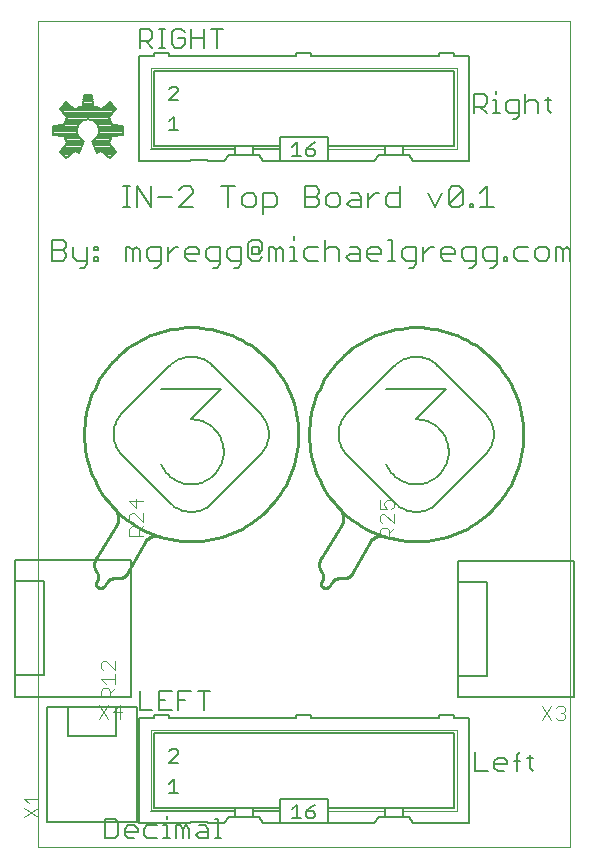
<source format=gto>
G75*
G70*
%OFA0B0*%
%FSLAX24Y24*%
%IPPOS*%
%LPD*%
%AMOC8*
5,1,8,0,0,1.08239X$1,22.5*
%
%ADD10C,0.0000*%
%ADD11C,0.0079*%
%ADD12C,0.0060*%
%ADD13C,0.0050*%
%ADD14C,0.0100*%
%ADD15C,0.0020*%
%ADD16C,0.0070*%
%ADD17C,0.0080*%
%ADD18C,0.0040*%
D10*
X000912Y000100D02*
X000912Y027659D01*
X018628Y027659D01*
X018628Y000100D01*
X000912Y000100D01*
D11*
X001838Y023067D02*
X001634Y023270D01*
X001877Y023567D01*
X001833Y023646D01*
X001799Y023729D01*
X001774Y023815D01*
X001393Y023854D01*
X001393Y024142D01*
X001774Y024180D01*
X001799Y024266D01*
X001833Y024349D01*
X001877Y024428D01*
X001634Y024725D01*
X001838Y024928D01*
X002135Y024686D01*
X002213Y024730D01*
X002296Y024764D01*
X002383Y024789D01*
X002421Y025170D01*
X002709Y025170D01*
X002748Y024789D01*
X002834Y024764D01*
X002917Y024730D01*
X002995Y024686D01*
X003292Y024928D01*
X003496Y024725D01*
X003254Y024428D01*
X003297Y024349D01*
X003331Y024266D01*
X003356Y024180D01*
X003737Y024142D01*
X003737Y023854D01*
X003356Y023815D01*
X003331Y023729D01*
X003297Y023646D01*
X003254Y023567D01*
X003496Y023270D01*
X003292Y023067D01*
X002995Y023309D01*
X002937Y023276D01*
X002876Y023247D01*
X002706Y023657D01*
X002770Y023691D01*
X002826Y023737D01*
X002872Y023793D01*
X002906Y023856D01*
X002927Y023926D01*
X002934Y023998D01*
X002927Y024070D01*
X002906Y024139D01*
X002872Y024203D01*
X002826Y024259D01*
X002770Y024305D01*
X002706Y024339D01*
X002637Y024360D01*
X002565Y024367D01*
X002493Y024360D01*
X002424Y024339D01*
X002360Y024305D01*
X002304Y024259D01*
X002258Y024203D01*
X002224Y024139D01*
X002203Y024070D01*
X002196Y023998D01*
X002203Y023926D01*
X002224Y023856D01*
X002258Y023793D01*
X002304Y023737D01*
X002360Y023691D01*
X002424Y023657D01*
X002254Y023247D01*
X002193Y023276D01*
X002135Y023309D01*
X001838Y023067D01*
X001787Y023118D02*
X001900Y023118D01*
X001995Y023195D02*
X001710Y023195D01*
X001636Y023272D02*
X002090Y023272D01*
X002201Y023272D02*
X002265Y023272D01*
X002297Y023349D02*
X001699Y023349D01*
X001762Y023427D02*
X002329Y023427D01*
X002361Y023504D02*
X001825Y023504D01*
X001869Y023581D02*
X002393Y023581D01*
X002421Y023658D02*
X001828Y023658D01*
X001797Y023736D02*
X002306Y023736D01*
X002247Y023813D02*
X001775Y023813D01*
X001779Y024199D02*
X002256Y024199D01*
X002219Y024122D02*
X001393Y024122D01*
X001393Y024045D02*
X002201Y024045D01*
X002199Y023967D02*
X001393Y023967D01*
X001393Y023890D02*
X002214Y023890D01*
X002326Y024276D02*
X001803Y024276D01*
X001836Y024353D02*
X002473Y024353D01*
X002657Y024353D02*
X003295Y024353D01*
X003327Y024276D02*
X002805Y024276D01*
X002874Y024199D02*
X003351Y024199D01*
X003256Y024431D02*
X001874Y024431D01*
X001811Y024508D02*
X003319Y024508D01*
X003382Y024585D02*
X001748Y024585D01*
X001685Y024662D02*
X003445Y024662D01*
X003481Y024740D02*
X003061Y024740D01*
X003156Y024817D02*
X003404Y024817D01*
X003327Y024894D02*
X003250Y024894D01*
X002892Y024740D02*
X002238Y024740D01*
X002385Y024817D02*
X002745Y024817D01*
X002737Y024894D02*
X002393Y024894D01*
X002401Y024971D02*
X002729Y024971D01*
X002721Y025049D02*
X002409Y025049D01*
X002417Y025126D02*
X002714Y025126D01*
X002069Y024740D02*
X001649Y024740D01*
X001727Y024817D02*
X001975Y024817D01*
X001880Y024894D02*
X001804Y024894D01*
X002883Y023813D02*
X003356Y023813D01*
X003333Y023736D02*
X002825Y023736D01*
X002710Y023658D02*
X003302Y023658D01*
X003261Y023581D02*
X002738Y023581D01*
X002770Y023504D02*
X003306Y023504D01*
X003369Y023427D02*
X002802Y023427D01*
X002834Y023349D02*
X003432Y023349D01*
X003495Y023272D02*
X003041Y023272D01*
X002929Y023272D02*
X002866Y023272D01*
X003135Y023195D02*
X003420Y023195D01*
X003343Y023118D02*
X003230Y023118D01*
X002916Y023890D02*
X003737Y023890D01*
X003737Y023967D02*
X002931Y023967D01*
X002930Y024045D02*
X003737Y024045D01*
X003737Y024122D02*
X002911Y024122D01*
D12*
X003737Y022130D02*
X003970Y022130D01*
X003854Y022130D02*
X003854Y021429D01*
X003970Y021429D02*
X003737Y021429D01*
X004203Y021429D02*
X004203Y022130D01*
X004671Y021429D01*
X004671Y022130D01*
X004903Y021780D02*
X005370Y021780D01*
X005603Y022013D02*
X005720Y022130D01*
X005953Y022130D01*
X006070Y022013D01*
X006070Y021896D01*
X005603Y021429D01*
X006070Y021429D01*
X007003Y022130D02*
X007470Y022130D01*
X007236Y022130D02*
X007236Y021429D01*
X007702Y021546D02*
X007819Y021429D01*
X008053Y021429D01*
X008170Y021546D01*
X008170Y021780D01*
X008053Y021896D01*
X007819Y021896D01*
X007702Y021780D01*
X007702Y021546D01*
X008402Y021429D02*
X008753Y021429D01*
X008869Y021546D01*
X008869Y021780D01*
X008753Y021896D01*
X008402Y021896D01*
X008402Y021196D01*
X008256Y020358D02*
X008023Y020358D01*
X007906Y020241D01*
X007906Y019774D01*
X008023Y019658D01*
X008256Y019658D01*
X008373Y019774D01*
X008256Y019891D02*
X008256Y020125D01*
X008023Y020125D01*
X008023Y019891D01*
X008256Y019891D01*
X008373Y020008D01*
X008373Y020241D01*
X008256Y020358D01*
X008606Y020125D02*
X008723Y020125D01*
X008839Y020008D01*
X008956Y020125D01*
X009073Y020008D01*
X009073Y019658D01*
X009306Y019658D02*
X009539Y019658D01*
X009423Y019658D02*
X009423Y020125D01*
X009306Y020125D01*
X009423Y020358D02*
X009423Y020475D01*
X009889Y020125D02*
X009772Y020008D01*
X009772Y019774D01*
X009889Y019658D01*
X010239Y019658D01*
X010472Y019658D02*
X010472Y020358D01*
X010589Y020125D02*
X010822Y020125D01*
X010939Y020008D01*
X010939Y019658D01*
X011172Y019774D02*
X011289Y019891D01*
X011639Y019891D01*
X011639Y020008D02*
X011522Y020125D01*
X011289Y020125D01*
X011172Y019774D02*
X011289Y019658D01*
X011639Y019658D01*
X011639Y020008D01*
X011872Y020008D02*
X011872Y019774D01*
X011988Y019658D01*
X012222Y019658D01*
X012339Y019891D02*
X011872Y019891D01*
X011872Y020008D02*
X011988Y020125D01*
X012222Y020125D01*
X012339Y020008D01*
X012339Y019891D01*
X012571Y019658D02*
X012805Y019658D01*
X012688Y019658D02*
X012688Y020358D01*
X012571Y020358D01*
X013038Y020008D02*
X013038Y019774D01*
X013155Y019658D01*
X013505Y019658D01*
X013505Y019541D02*
X013505Y020125D01*
X013155Y020125D01*
X013038Y020008D01*
X013505Y019541D02*
X013388Y019424D01*
X013272Y019424D01*
X013738Y019658D02*
X013738Y020125D01*
X013971Y020125D02*
X013738Y019891D01*
X013971Y020125D02*
X014088Y020125D01*
X014321Y020008D02*
X014321Y019774D01*
X014438Y019658D01*
X014671Y019658D01*
X014788Y019891D02*
X014321Y019891D01*
X014321Y020008D02*
X014438Y020125D01*
X014671Y020125D01*
X014788Y020008D01*
X014788Y019891D01*
X015021Y020008D02*
X015021Y019774D01*
X015138Y019658D01*
X015488Y019658D01*
X015488Y019541D02*
X015488Y020125D01*
X015138Y020125D01*
X015021Y020008D01*
X015254Y019424D02*
X015371Y019424D01*
X015488Y019541D01*
X015721Y019774D02*
X015837Y019658D01*
X016188Y019658D01*
X016188Y019541D02*
X016188Y020125D01*
X015837Y020125D01*
X015721Y020008D01*
X015721Y019774D01*
X015954Y019424D02*
X016071Y019424D01*
X016188Y019541D01*
X016420Y019658D02*
X016537Y019658D01*
X016537Y019774D01*
X016420Y019774D01*
X016420Y019658D01*
X016770Y019774D02*
X016887Y019658D01*
X017237Y019658D01*
X017470Y019774D02*
X017587Y019658D01*
X017820Y019658D01*
X017937Y019774D01*
X017937Y020008D01*
X017820Y020125D01*
X017587Y020125D01*
X017470Y020008D01*
X017470Y019774D01*
X017237Y020125D02*
X016887Y020125D01*
X016770Y020008D01*
X016770Y019774D01*
X016101Y021429D02*
X015633Y021429D01*
X015867Y021429D02*
X015867Y022130D01*
X015633Y021896D01*
X015400Y021546D02*
X015400Y021429D01*
X015284Y021429D01*
X015284Y021546D01*
X015400Y021546D01*
X015051Y021546D02*
X015051Y022013D01*
X014584Y021546D01*
X014701Y021429D01*
X014934Y021429D01*
X015051Y021546D01*
X015051Y022013D02*
X014934Y022130D01*
X014701Y022130D01*
X014584Y022013D01*
X014584Y021546D01*
X014351Y021896D02*
X014118Y021429D01*
X013884Y021896D01*
X012951Y021896D02*
X012601Y021896D01*
X012484Y021780D01*
X012484Y021546D01*
X012601Y021429D01*
X012951Y021429D01*
X012951Y022130D01*
X012252Y021896D02*
X012135Y021896D01*
X011901Y021663D01*
X011668Y021663D02*
X011318Y021663D01*
X011201Y021546D01*
X011318Y021429D01*
X011668Y021429D01*
X011668Y021780D01*
X011552Y021896D01*
X011318Y021896D01*
X010969Y021780D02*
X010969Y021546D01*
X010852Y021429D01*
X010618Y021429D01*
X010502Y021546D01*
X010502Y021780D01*
X010618Y021896D01*
X010852Y021896D01*
X010969Y021780D01*
X010269Y021896D02*
X010152Y021780D01*
X009802Y021780D01*
X009802Y022130D02*
X009802Y021429D01*
X010152Y021429D01*
X010269Y021546D01*
X010269Y021663D01*
X010152Y021780D01*
X010269Y021896D02*
X010269Y022013D01*
X010152Y022130D01*
X009802Y022130D01*
X009889Y020125D02*
X010239Y020125D01*
X010472Y020008D02*
X010589Y020125D01*
X011901Y021429D02*
X011901Y021896D01*
X008839Y020008D02*
X008839Y019658D01*
X008606Y019658D02*
X008606Y020125D01*
X007673Y020125D02*
X007673Y019541D01*
X007557Y019424D01*
X007440Y019424D01*
X007323Y019658D02*
X007673Y019658D01*
X007323Y019658D02*
X007206Y019774D01*
X007206Y020008D01*
X007323Y020125D01*
X007673Y020125D01*
X006974Y020125D02*
X006974Y019541D01*
X006857Y019424D01*
X006740Y019424D01*
X006623Y019658D02*
X006974Y019658D01*
X006623Y019658D02*
X006507Y019774D01*
X006507Y020008D01*
X006623Y020125D01*
X006974Y020125D01*
X006274Y020008D02*
X006274Y019891D01*
X005807Y019891D01*
X005807Y019774D02*
X005807Y020008D01*
X005924Y020125D01*
X006157Y020125D01*
X006274Y020008D01*
X006157Y019658D02*
X005924Y019658D01*
X005807Y019774D01*
X005574Y020125D02*
X005457Y020125D01*
X005224Y019891D01*
X005224Y019658D02*
X005224Y020125D01*
X004991Y020125D02*
X004991Y019541D01*
X004874Y019424D01*
X004757Y019424D01*
X004641Y019658D02*
X004991Y019658D01*
X004641Y019658D02*
X004524Y019774D01*
X004524Y020008D01*
X004641Y020125D01*
X004991Y020125D01*
X004291Y020008D02*
X004291Y019658D01*
X004058Y019658D02*
X004058Y020008D01*
X004174Y020125D01*
X004291Y020008D01*
X004058Y020008D02*
X003941Y020125D01*
X003824Y020125D01*
X003824Y019658D01*
X002891Y019658D02*
X002774Y019658D01*
X002774Y019774D01*
X002891Y019774D01*
X002891Y019658D01*
X002542Y019658D02*
X002191Y019658D01*
X002075Y019774D01*
X002075Y020125D01*
X001842Y020125D02*
X001725Y020008D01*
X001375Y020008D01*
X001725Y020008D02*
X001842Y019891D01*
X001842Y019774D01*
X001725Y019658D01*
X001375Y019658D01*
X001375Y020358D01*
X001725Y020358D01*
X001842Y020241D01*
X001842Y020125D01*
X002308Y019424D02*
X002425Y019424D01*
X002542Y019541D01*
X002542Y020125D01*
X002774Y020125D02*
X002774Y020008D01*
X002891Y020008D01*
X002891Y020125D01*
X002774Y020125D01*
X015430Y024579D02*
X015430Y025219D01*
X015750Y025219D01*
X015857Y025113D01*
X015857Y024899D01*
X015750Y024792D01*
X015430Y024792D01*
X015643Y024792D02*
X015857Y024579D01*
X016074Y024579D02*
X016288Y024579D01*
X016181Y024579D02*
X016181Y025006D01*
X016074Y025006D01*
X016181Y025219D02*
X016181Y025326D01*
X016504Y024899D02*
X016504Y024686D01*
X016611Y024579D01*
X016931Y024579D01*
X016931Y024472D02*
X016931Y025006D01*
X016611Y025006D01*
X016504Y024899D01*
X016718Y024365D02*
X016824Y024365D01*
X016931Y024472D01*
X017149Y024579D02*
X017149Y025219D01*
X017255Y025006D02*
X017149Y024899D01*
X017255Y025006D02*
X017469Y025006D01*
X017576Y024899D01*
X017576Y024579D01*
X017900Y024686D02*
X018007Y024579D01*
X017900Y024686D02*
X017900Y025113D01*
X017793Y025006D02*
X018007Y025006D01*
X018170Y020125D02*
X018287Y020125D01*
X018403Y020008D01*
X018520Y020125D01*
X018637Y020008D01*
X018637Y019658D01*
X018403Y019658D02*
X018403Y020008D01*
X018170Y020125D02*
X018170Y019658D01*
X016972Y003290D02*
X016865Y003183D01*
X016865Y002650D01*
X016758Y002970D02*
X016972Y002970D01*
X017188Y003077D02*
X017402Y003077D01*
X017295Y003183D02*
X017295Y002756D01*
X017402Y002650D01*
X016541Y002863D02*
X016114Y002863D01*
X016114Y002756D02*
X016114Y002970D01*
X016221Y003077D01*
X016434Y003077D01*
X016541Y002970D01*
X016541Y002863D01*
X016434Y002650D02*
X016221Y002650D01*
X016114Y002756D01*
X015896Y002650D02*
X015469Y002650D01*
X015469Y003290D01*
X007012Y000406D02*
X006799Y000406D01*
X006906Y000406D02*
X006906Y001046D01*
X006799Y001046D01*
X006581Y000726D02*
X006581Y000406D01*
X006261Y000406D01*
X006154Y000512D01*
X006261Y000619D01*
X006581Y000619D01*
X006581Y000726D02*
X006475Y000833D01*
X006261Y000833D01*
X005937Y000726D02*
X005937Y000406D01*
X005723Y000406D02*
X005723Y000726D01*
X005830Y000833D01*
X005937Y000726D01*
X005723Y000726D02*
X005616Y000833D01*
X005510Y000833D01*
X005510Y000406D01*
X005294Y000406D02*
X005080Y000406D01*
X005187Y000406D02*
X005187Y000833D01*
X005080Y000833D01*
X004863Y000833D02*
X004542Y000833D01*
X004435Y000726D01*
X004435Y000512D01*
X004542Y000406D01*
X004863Y000406D01*
X005187Y001046D02*
X005187Y001153D01*
X004218Y000726D02*
X004218Y000619D01*
X003791Y000619D01*
X003791Y000512D02*
X003791Y000726D01*
X003898Y000833D01*
X004111Y000833D01*
X004218Y000726D01*
X004111Y000406D02*
X003898Y000406D01*
X003791Y000512D01*
X003573Y000512D02*
X003573Y000939D01*
X003467Y001046D01*
X003146Y001046D01*
X003146Y000406D01*
X003467Y000406D01*
X003573Y000512D01*
D13*
X004254Y000901D02*
X005954Y000901D01*
X005954Y000951D01*
X006554Y000951D01*
X006554Y000901D01*
X007104Y000901D01*
X007254Y001101D01*
X007454Y001101D01*
X008054Y001101D01*
X008254Y001101D01*
X008404Y000901D01*
X008954Y000901D01*
X008954Y001301D01*
X008054Y001301D01*
X008054Y001401D01*
X007454Y001401D01*
X004754Y001401D01*
X004754Y003901D01*
X014754Y003901D01*
X014754Y001401D01*
X013054Y001401D01*
X012454Y001401D01*
X010554Y001401D01*
X010554Y001301D01*
X010554Y000901D01*
X008954Y000901D01*
X008954Y001301D02*
X008954Y001401D01*
X008054Y001401D01*
X008054Y001301D02*
X008054Y001101D01*
X007454Y001101D02*
X007454Y001301D01*
X007454Y001401D01*
X007454Y001301D02*
X004654Y001301D01*
X004254Y000901D02*
X004254Y004401D01*
X004754Y004401D01*
X004754Y004501D01*
X005254Y004501D01*
X005254Y004401D01*
X009504Y004401D01*
X009504Y004501D01*
X010004Y004501D01*
X010004Y004401D01*
X014254Y004401D01*
X014254Y004501D01*
X014754Y004501D01*
X014754Y004401D01*
X015254Y004401D01*
X015254Y000901D01*
X013404Y000901D01*
X013254Y001101D01*
X013054Y001101D01*
X012454Y001101D01*
X012254Y001101D01*
X012104Y000901D01*
X010554Y000901D01*
X010140Y001151D02*
X010065Y001076D01*
X009915Y001076D01*
X009840Y001151D01*
X009840Y001301D01*
X010065Y001301D01*
X010140Y001226D01*
X010140Y001151D01*
X009840Y001301D02*
X009990Y001452D01*
X010140Y001527D01*
X010554Y001401D02*
X010554Y001701D01*
X008954Y001701D01*
X008954Y001401D01*
X009379Y001376D02*
X009529Y001527D01*
X009529Y001076D01*
X009379Y001076D02*
X009679Y001076D01*
X012454Y001101D02*
X012454Y001301D01*
X012454Y001401D01*
X013054Y001401D02*
X013054Y001301D01*
X013054Y001101D01*
X012799Y011575D02*
X011213Y013161D01*
X011171Y013205D01*
X011133Y013251D01*
X011097Y013300D01*
X011064Y013351D01*
X011035Y013403D01*
X011008Y013458D01*
X010985Y013513D01*
X010965Y013570D01*
X010949Y013629D01*
X010936Y013688D01*
X010927Y013747D01*
X010922Y013808D01*
X010920Y013868D01*
X010922Y013928D01*
X010927Y013989D01*
X010936Y014048D01*
X010949Y014107D01*
X010965Y014166D01*
X010985Y014223D01*
X011008Y014278D01*
X011035Y014333D01*
X011064Y014385D01*
X011097Y014436D01*
X011133Y014485D01*
X011171Y014531D01*
X011213Y014575D01*
X012799Y016161D01*
X012506Y015368D02*
X014506Y015368D01*
X013506Y014368D01*
X013506Y014367D02*
X013571Y014365D01*
X013636Y014359D01*
X013700Y014350D01*
X013763Y014336D01*
X013826Y014319D01*
X013887Y014298D01*
X013947Y014273D01*
X014006Y014245D01*
X014063Y014213D01*
X014117Y014178D01*
X014170Y014140D01*
X014220Y014098D01*
X014267Y014054D01*
X014312Y014007D01*
X014354Y013958D01*
X014393Y013906D01*
X014429Y013851D01*
X014461Y013795D01*
X014490Y013737D01*
X014515Y013677D01*
X014537Y013616D01*
X014555Y013554D01*
X014569Y013490D01*
X014580Y013426D01*
X014586Y013362D01*
X014589Y013297D01*
X014588Y013232D01*
X014583Y013167D01*
X014574Y013103D01*
X014561Y013039D01*
X014544Y012976D01*
X014524Y012915D01*
X014500Y012854D01*
X014473Y012795D01*
X014441Y012738D01*
X014407Y012683D01*
X014369Y012630D01*
X014329Y012580D01*
X014285Y012532D01*
X014239Y012486D01*
X014189Y012444D01*
X014138Y012404D01*
X014084Y012368D01*
X014028Y012335D01*
X013970Y012306D01*
X013911Y012280D01*
X013850Y012257D01*
X013788Y012238D01*
X013725Y012223D01*
X013661Y012212D01*
X013596Y012205D01*
X013531Y012201D01*
X013466Y012202D01*
X013402Y012206D01*
X013337Y012214D01*
X013273Y012226D01*
X013210Y012242D01*
X013148Y012262D01*
X013088Y012285D01*
X013029Y012312D01*
X012971Y012342D01*
X012916Y012376D01*
X012862Y012413D01*
X012811Y012453D01*
X012763Y012496D01*
X012717Y012542D01*
X012674Y012591D01*
X012634Y012642D01*
X012597Y012695D01*
X012563Y012751D01*
X012533Y012808D01*
X012506Y012867D01*
X012799Y011575D02*
X012843Y011533D01*
X012889Y011495D01*
X012938Y011459D01*
X012989Y011426D01*
X013041Y011397D01*
X013096Y011370D01*
X013151Y011347D01*
X013208Y011327D01*
X013267Y011311D01*
X013326Y011298D01*
X013385Y011289D01*
X013446Y011284D01*
X013506Y011282D01*
X013566Y011284D01*
X013627Y011289D01*
X013686Y011298D01*
X013745Y011311D01*
X013804Y011327D01*
X013861Y011347D01*
X013916Y011370D01*
X013971Y011397D01*
X014023Y011426D01*
X014074Y011459D01*
X014123Y011495D01*
X014169Y011533D01*
X014213Y011575D01*
X015799Y013161D01*
X015841Y013205D01*
X015879Y013251D01*
X015915Y013300D01*
X015948Y013351D01*
X015977Y013403D01*
X016004Y013458D01*
X016027Y013513D01*
X016047Y013570D01*
X016063Y013629D01*
X016076Y013688D01*
X016085Y013747D01*
X016090Y013808D01*
X016092Y013868D01*
X016090Y013928D01*
X016085Y013989D01*
X016076Y014048D01*
X016063Y014107D01*
X016047Y014166D01*
X016027Y014223D01*
X016004Y014278D01*
X015977Y014333D01*
X015948Y014385D01*
X015915Y014436D01*
X015879Y014485D01*
X015841Y014531D01*
X015799Y014575D01*
X014213Y016161D01*
X014213Y016160D02*
X014169Y016202D01*
X014123Y016240D01*
X014074Y016276D01*
X014023Y016309D01*
X013971Y016338D01*
X013916Y016365D01*
X013861Y016388D01*
X013804Y016408D01*
X013745Y016424D01*
X013686Y016437D01*
X013627Y016446D01*
X013566Y016451D01*
X013506Y016453D01*
X013446Y016451D01*
X013385Y016446D01*
X013326Y016437D01*
X013267Y016424D01*
X013208Y016408D01*
X013151Y016388D01*
X013096Y016365D01*
X013041Y016338D01*
X012989Y016309D01*
X012938Y016276D01*
X012889Y016240D01*
X012843Y016202D01*
X012799Y016160D01*
X008299Y014575D02*
X006713Y016161D01*
X007006Y015368D02*
X006006Y014368D01*
X006006Y014367D02*
X006071Y014365D01*
X006136Y014359D01*
X006200Y014350D01*
X006263Y014336D01*
X006326Y014319D01*
X006387Y014298D01*
X006447Y014273D01*
X006506Y014245D01*
X006563Y014213D01*
X006617Y014178D01*
X006670Y014140D01*
X006720Y014098D01*
X006767Y014054D01*
X006812Y014007D01*
X006854Y013958D01*
X006893Y013906D01*
X006929Y013851D01*
X006961Y013795D01*
X006990Y013737D01*
X007015Y013677D01*
X007037Y013616D01*
X007055Y013554D01*
X007069Y013490D01*
X007080Y013426D01*
X007086Y013362D01*
X007089Y013297D01*
X007088Y013232D01*
X007083Y013167D01*
X007074Y013103D01*
X007061Y013039D01*
X007044Y012976D01*
X007024Y012915D01*
X007000Y012854D01*
X006973Y012795D01*
X006941Y012738D01*
X006907Y012683D01*
X006869Y012630D01*
X006829Y012580D01*
X006785Y012532D01*
X006739Y012486D01*
X006689Y012444D01*
X006638Y012404D01*
X006584Y012368D01*
X006528Y012335D01*
X006470Y012306D01*
X006411Y012280D01*
X006350Y012257D01*
X006288Y012238D01*
X006225Y012223D01*
X006161Y012212D01*
X006096Y012205D01*
X006031Y012201D01*
X005966Y012202D01*
X005902Y012206D01*
X005837Y012214D01*
X005773Y012226D01*
X005710Y012242D01*
X005648Y012262D01*
X005588Y012285D01*
X005529Y012312D01*
X005471Y012342D01*
X005416Y012376D01*
X005362Y012413D01*
X005311Y012453D01*
X005263Y012496D01*
X005217Y012542D01*
X005174Y012591D01*
X005134Y012642D01*
X005097Y012695D01*
X005063Y012751D01*
X005033Y012808D01*
X005006Y012867D01*
X003713Y013161D02*
X003671Y013205D01*
X003633Y013251D01*
X003597Y013300D01*
X003564Y013351D01*
X003535Y013403D01*
X003508Y013458D01*
X003485Y013513D01*
X003465Y013570D01*
X003449Y013629D01*
X003436Y013688D01*
X003427Y013747D01*
X003422Y013808D01*
X003420Y013868D01*
X003422Y013928D01*
X003427Y013989D01*
X003436Y014048D01*
X003449Y014107D01*
X003465Y014166D01*
X003485Y014223D01*
X003508Y014278D01*
X003535Y014333D01*
X003564Y014385D01*
X003597Y014436D01*
X003633Y014485D01*
X003671Y014531D01*
X003713Y014575D01*
X005299Y016161D01*
X005006Y015368D02*
X007006Y015368D01*
X006713Y016160D02*
X006669Y016202D01*
X006623Y016240D01*
X006574Y016276D01*
X006523Y016309D01*
X006471Y016338D01*
X006416Y016365D01*
X006361Y016388D01*
X006304Y016408D01*
X006245Y016424D01*
X006186Y016437D01*
X006127Y016446D01*
X006066Y016451D01*
X006006Y016453D01*
X005946Y016451D01*
X005885Y016446D01*
X005826Y016437D01*
X005767Y016424D01*
X005708Y016408D01*
X005651Y016388D01*
X005596Y016365D01*
X005541Y016338D01*
X005489Y016309D01*
X005438Y016276D01*
X005389Y016240D01*
X005343Y016202D01*
X005299Y016160D01*
X003713Y013161D02*
X005299Y011575D01*
X005343Y011533D01*
X005389Y011495D01*
X005438Y011459D01*
X005489Y011426D01*
X005541Y011397D01*
X005596Y011370D01*
X005651Y011347D01*
X005708Y011327D01*
X005767Y011311D01*
X005826Y011298D01*
X005885Y011289D01*
X005946Y011284D01*
X006006Y011282D01*
X006066Y011284D01*
X006127Y011289D01*
X006186Y011298D01*
X006245Y011311D01*
X006304Y011327D01*
X006361Y011347D01*
X006416Y011370D01*
X006471Y011397D01*
X006523Y011426D01*
X006574Y011459D01*
X006623Y011495D01*
X006669Y011533D01*
X006713Y011575D01*
X008299Y013161D01*
X008341Y013205D01*
X008379Y013251D01*
X008415Y013300D01*
X008448Y013351D01*
X008477Y013403D01*
X008504Y013458D01*
X008527Y013513D01*
X008547Y013570D01*
X008563Y013629D01*
X008576Y013688D01*
X008585Y013747D01*
X008590Y013808D01*
X008592Y013868D01*
X008590Y013928D01*
X008585Y013989D01*
X008576Y014048D01*
X008563Y014107D01*
X008547Y014166D01*
X008527Y014223D01*
X008504Y014278D01*
X008477Y014333D01*
X008448Y014385D01*
X008415Y014436D01*
X008379Y014485D01*
X008341Y014531D01*
X008299Y014575D01*
X008404Y022972D02*
X008954Y022972D01*
X008954Y023372D01*
X008054Y023372D01*
X008054Y023472D01*
X007454Y023472D01*
X004754Y023472D01*
X004754Y025972D01*
X014754Y025972D01*
X014754Y023472D01*
X013054Y023472D01*
X012454Y023472D01*
X010554Y023472D01*
X010554Y023372D01*
X010554Y022972D01*
X008954Y022972D01*
X008954Y023372D02*
X008954Y023472D01*
X008054Y023472D01*
X008054Y023372D02*
X008054Y023172D01*
X008254Y023172D01*
X008404Y022972D01*
X008054Y023172D02*
X007454Y023172D01*
X007254Y023172D01*
X007104Y022972D01*
X006554Y022972D01*
X006554Y023022D01*
X005954Y023022D01*
X005954Y022972D01*
X004254Y022972D01*
X004254Y026472D01*
X004754Y026472D01*
X004754Y026572D01*
X005254Y026572D01*
X005254Y026472D01*
X009504Y026472D01*
X009504Y026572D01*
X010004Y026572D01*
X010004Y026472D01*
X014254Y026472D01*
X014254Y026572D01*
X014754Y026572D01*
X014754Y026472D01*
X015254Y026472D01*
X015254Y022972D01*
X013404Y022972D01*
X013254Y023172D01*
X013054Y023172D01*
X012454Y023172D01*
X012254Y023172D01*
X012104Y022972D01*
X010554Y022972D01*
X010140Y023222D02*
X010140Y023297D01*
X010065Y023372D01*
X009840Y023372D01*
X009840Y023222D01*
X009915Y023147D01*
X010065Y023147D01*
X010140Y023222D01*
X009990Y023522D02*
X009840Y023372D01*
X009990Y023522D02*
X010140Y023597D01*
X010554Y023472D02*
X010554Y023772D01*
X008954Y023772D01*
X008954Y023472D01*
X009379Y023447D02*
X009529Y023597D01*
X009529Y023147D01*
X009379Y023147D02*
X009679Y023147D01*
X007454Y023172D02*
X007454Y023372D01*
X007454Y023472D01*
X007454Y023372D02*
X004654Y023372D01*
X005279Y023997D02*
X005579Y023997D01*
X005429Y023997D02*
X005429Y024447D01*
X005279Y024297D01*
X005279Y024997D02*
X005579Y025297D01*
X005579Y025372D01*
X005504Y025447D01*
X005354Y025447D01*
X005279Y025372D01*
X005279Y024997D02*
X005579Y024997D01*
X012454Y023472D02*
X012454Y023372D01*
X012454Y023172D01*
X013054Y023172D02*
X013054Y023372D01*
X013054Y023472D01*
X005504Y003377D02*
X005354Y003377D01*
X005279Y003302D01*
X005504Y003377D02*
X005579Y003302D01*
X005579Y003226D01*
X005279Y002926D01*
X005579Y002926D01*
X005429Y002377D02*
X005279Y002226D01*
X005429Y002377D02*
X005429Y001926D01*
X005279Y001926D02*
X005579Y001926D01*
D14*
X003156Y008868D02*
X003170Y008898D01*
X003188Y008926D01*
X003208Y008953D01*
X003230Y008978D01*
X003255Y009000D01*
X003282Y009019D01*
X003311Y009036D01*
X003342Y009049D01*
X003374Y009059D01*
X003406Y009067D01*
X003439Y009070D01*
X003473Y009071D01*
X003506Y009068D01*
X003506Y009067D02*
X003542Y009063D01*
X003579Y009063D01*
X003615Y009067D01*
X003651Y009073D01*
X003687Y009084D01*
X003721Y009097D01*
X003753Y009113D01*
X003784Y009133D01*
X003814Y009155D01*
X003841Y009179D01*
X003865Y009207D01*
X003887Y009236D01*
X003906Y009267D01*
X003906Y009268D02*
X004456Y010268D01*
X004456Y010267D02*
X004477Y010300D01*
X004500Y010332D01*
X004526Y010361D01*
X004554Y010387D01*
X004585Y010411D01*
X004618Y010431D01*
X004653Y010449D01*
X004689Y010463D01*
X004726Y010475D01*
X004764Y010482D01*
X004803Y010486D01*
X004842Y010487D01*
X004880Y010484D01*
X004919Y010477D01*
X004956Y010467D01*
X003506Y010818D02*
X002856Y009768D01*
X002834Y009737D01*
X002815Y009703D01*
X002799Y009668D01*
X002786Y009632D01*
X002777Y009594D01*
X002772Y009556D01*
X002770Y009518D01*
X002772Y009480D01*
X002777Y009442D01*
X002786Y009404D01*
X002799Y009368D01*
X002815Y009333D01*
X002834Y009299D01*
X002856Y009268D01*
X002873Y009244D01*
X002887Y009218D01*
X002897Y009190D01*
X002904Y009162D01*
X002908Y009133D01*
X002908Y009103D01*
X002904Y009074D01*
X002897Y009046D01*
X002887Y009018D01*
X002873Y008992D01*
X002856Y008968D01*
X002906Y008768D02*
X002929Y008760D01*
X002954Y008754D01*
X002979Y008752D01*
X003003Y008753D01*
X003028Y008758D01*
X003052Y008765D01*
X003074Y008776D01*
X003095Y008790D01*
X003114Y008806D01*
X003131Y008825D01*
X003145Y008846D01*
X003156Y008868D01*
X002906Y008767D02*
X002887Y008778D01*
X002870Y008791D01*
X002855Y008807D01*
X002844Y008825D01*
X002835Y008845D01*
X002830Y008866D01*
X002828Y008887D01*
X002830Y008909D01*
X002835Y008930D01*
X002844Y008950D01*
X002856Y008968D01*
X003506Y010817D02*
X003527Y010854D01*
X003544Y010893D01*
X003557Y010933D01*
X003567Y010974D01*
X003573Y011016D01*
X003575Y011058D01*
X003573Y011101D01*
X003567Y011142D01*
X003558Y011184D01*
X003544Y011224D01*
X003527Y011262D01*
X003507Y011299D01*
X003483Y011334D01*
X003456Y011367D01*
X002441Y013868D02*
X002445Y014043D01*
X002458Y014217D01*
X002480Y014391D01*
X002510Y014563D01*
X002548Y014734D01*
X002595Y014903D01*
X002649Y015069D01*
X002712Y015232D01*
X002783Y015392D01*
X002862Y015549D01*
X002948Y015701D01*
X003042Y015849D01*
X003143Y015992D01*
X003250Y016130D01*
X003365Y016262D01*
X003485Y016389D01*
X003612Y016509D01*
X003744Y016624D01*
X003882Y016731D01*
X004025Y016832D01*
X004173Y016926D01*
X004325Y017012D01*
X004482Y017091D01*
X004642Y017162D01*
X004805Y017225D01*
X004971Y017279D01*
X005140Y017326D01*
X005311Y017364D01*
X005483Y017394D01*
X005657Y017416D01*
X005831Y017429D01*
X006006Y017433D01*
X006181Y017429D01*
X006355Y017416D01*
X006529Y017394D01*
X006701Y017364D01*
X006872Y017326D01*
X007041Y017279D01*
X007207Y017225D01*
X007370Y017162D01*
X007530Y017091D01*
X007687Y017012D01*
X007839Y016926D01*
X007987Y016832D01*
X008130Y016731D01*
X008268Y016624D01*
X008400Y016509D01*
X008527Y016389D01*
X008647Y016262D01*
X008762Y016130D01*
X008869Y015992D01*
X008970Y015849D01*
X009064Y015701D01*
X009150Y015549D01*
X009229Y015392D01*
X009300Y015232D01*
X009363Y015069D01*
X009417Y014903D01*
X009464Y014734D01*
X009502Y014563D01*
X009532Y014391D01*
X009554Y014217D01*
X009567Y014043D01*
X009571Y013868D01*
X009567Y013693D01*
X009554Y013519D01*
X009532Y013345D01*
X009502Y013173D01*
X009464Y013002D01*
X009417Y012833D01*
X009363Y012667D01*
X009300Y012504D01*
X009229Y012344D01*
X009150Y012187D01*
X009064Y012035D01*
X008970Y011887D01*
X008869Y011744D01*
X008762Y011606D01*
X008647Y011474D01*
X008527Y011347D01*
X008400Y011227D01*
X008268Y011112D01*
X008130Y011005D01*
X007987Y010904D01*
X007839Y010810D01*
X007687Y010724D01*
X007530Y010645D01*
X007370Y010574D01*
X007207Y010511D01*
X007041Y010457D01*
X006872Y010410D01*
X006701Y010372D01*
X006529Y010342D01*
X006355Y010320D01*
X006181Y010307D01*
X006006Y010303D01*
X005831Y010307D01*
X005657Y010320D01*
X005483Y010342D01*
X005311Y010372D01*
X005140Y010410D01*
X004971Y010457D01*
X004805Y010511D01*
X004642Y010574D01*
X004482Y010645D01*
X004325Y010724D01*
X004173Y010810D01*
X004025Y010904D01*
X003882Y011005D01*
X003744Y011112D01*
X003612Y011227D01*
X003485Y011347D01*
X003365Y011474D01*
X003250Y011606D01*
X003143Y011744D01*
X003042Y011887D01*
X002948Y012035D01*
X002862Y012187D01*
X002783Y012344D01*
X002712Y012504D01*
X002649Y012667D01*
X002595Y012833D01*
X002548Y013002D01*
X002510Y013173D01*
X002480Y013345D01*
X002458Y013519D01*
X002445Y013693D01*
X002441Y013868D01*
X010356Y009268D02*
X010373Y009244D01*
X010387Y009218D01*
X010397Y009190D01*
X010404Y009162D01*
X010408Y009133D01*
X010408Y009103D01*
X010404Y009074D01*
X010397Y009046D01*
X010387Y009018D01*
X010373Y008992D01*
X010356Y008968D01*
X010406Y008768D02*
X010429Y008760D01*
X010454Y008754D01*
X010479Y008752D01*
X010503Y008753D01*
X010528Y008758D01*
X010552Y008765D01*
X010574Y008776D01*
X010595Y008790D01*
X010614Y008806D01*
X010631Y008825D01*
X010645Y008846D01*
X010656Y008868D01*
X010406Y008767D02*
X010387Y008778D01*
X010370Y008791D01*
X010355Y008807D01*
X010344Y008825D01*
X010335Y008845D01*
X010330Y008866D01*
X010328Y008887D01*
X010330Y008909D01*
X010335Y008930D01*
X010344Y008950D01*
X010356Y008968D01*
X010356Y009268D02*
X010334Y009299D01*
X010315Y009333D01*
X010299Y009368D01*
X010286Y009404D01*
X010277Y009442D01*
X010272Y009480D01*
X010270Y009518D01*
X010272Y009556D01*
X010277Y009594D01*
X010286Y009632D01*
X010299Y009668D01*
X010315Y009703D01*
X010334Y009737D01*
X010356Y009768D01*
X011006Y010818D01*
X011006Y010817D02*
X011027Y010854D01*
X011044Y010893D01*
X011057Y010933D01*
X011067Y010974D01*
X011073Y011016D01*
X011075Y011058D01*
X011073Y011101D01*
X011067Y011142D01*
X011058Y011184D01*
X011044Y011224D01*
X011027Y011262D01*
X011007Y011299D01*
X010983Y011334D01*
X010956Y011367D01*
X011956Y010268D02*
X011406Y009268D01*
X011406Y009267D02*
X011387Y009236D01*
X011365Y009207D01*
X011341Y009179D01*
X011314Y009155D01*
X011284Y009133D01*
X011253Y009113D01*
X011221Y009097D01*
X011187Y009084D01*
X011151Y009073D01*
X011115Y009067D01*
X011079Y009063D01*
X011042Y009063D01*
X011006Y009067D01*
X011006Y009068D02*
X010973Y009071D01*
X010939Y009070D01*
X010906Y009067D01*
X010874Y009059D01*
X010842Y009049D01*
X010811Y009036D01*
X010782Y009019D01*
X010755Y009000D01*
X010730Y008978D01*
X010708Y008953D01*
X010688Y008926D01*
X010670Y008898D01*
X010656Y008868D01*
X011956Y010267D02*
X011977Y010300D01*
X012000Y010332D01*
X012026Y010361D01*
X012054Y010387D01*
X012085Y010411D01*
X012118Y010431D01*
X012153Y010449D01*
X012189Y010463D01*
X012226Y010475D01*
X012264Y010482D01*
X012303Y010486D01*
X012342Y010487D01*
X012380Y010484D01*
X012419Y010477D01*
X012456Y010467D01*
X009941Y013868D02*
X009945Y014043D01*
X009958Y014217D01*
X009980Y014391D01*
X010010Y014563D01*
X010048Y014734D01*
X010095Y014903D01*
X010149Y015069D01*
X010212Y015232D01*
X010283Y015392D01*
X010362Y015549D01*
X010448Y015701D01*
X010542Y015849D01*
X010643Y015992D01*
X010750Y016130D01*
X010865Y016262D01*
X010985Y016389D01*
X011112Y016509D01*
X011244Y016624D01*
X011382Y016731D01*
X011525Y016832D01*
X011673Y016926D01*
X011825Y017012D01*
X011982Y017091D01*
X012142Y017162D01*
X012305Y017225D01*
X012471Y017279D01*
X012640Y017326D01*
X012811Y017364D01*
X012983Y017394D01*
X013157Y017416D01*
X013331Y017429D01*
X013506Y017433D01*
X013681Y017429D01*
X013855Y017416D01*
X014029Y017394D01*
X014201Y017364D01*
X014372Y017326D01*
X014541Y017279D01*
X014707Y017225D01*
X014870Y017162D01*
X015030Y017091D01*
X015187Y017012D01*
X015339Y016926D01*
X015487Y016832D01*
X015630Y016731D01*
X015768Y016624D01*
X015900Y016509D01*
X016027Y016389D01*
X016147Y016262D01*
X016262Y016130D01*
X016369Y015992D01*
X016470Y015849D01*
X016564Y015701D01*
X016650Y015549D01*
X016729Y015392D01*
X016800Y015232D01*
X016863Y015069D01*
X016917Y014903D01*
X016964Y014734D01*
X017002Y014563D01*
X017032Y014391D01*
X017054Y014217D01*
X017067Y014043D01*
X017071Y013868D01*
X017067Y013693D01*
X017054Y013519D01*
X017032Y013345D01*
X017002Y013173D01*
X016964Y013002D01*
X016917Y012833D01*
X016863Y012667D01*
X016800Y012504D01*
X016729Y012344D01*
X016650Y012187D01*
X016564Y012035D01*
X016470Y011887D01*
X016369Y011744D01*
X016262Y011606D01*
X016147Y011474D01*
X016027Y011347D01*
X015900Y011227D01*
X015768Y011112D01*
X015630Y011005D01*
X015487Y010904D01*
X015339Y010810D01*
X015187Y010724D01*
X015030Y010645D01*
X014870Y010574D01*
X014707Y010511D01*
X014541Y010457D01*
X014372Y010410D01*
X014201Y010372D01*
X014029Y010342D01*
X013855Y010320D01*
X013681Y010307D01*
X013506Y010303D01*
X013331Y010307D01*
X013157Y010320D01*
X012983Y010342D01*
X012811Y010372D01*
X012640Y010410D01*
X012471Y010457D01*
X012305Y010511D01*
X012142Y010574D01*
X011982Y010645D01*
X011825Y010724D01*
X011673Y010810D01*
X011525Y010904D01*
X011382Y011005D01*
X011244Y011112D01*
X011112Y011227D01*
X010985Y011347D01*
X010865Y011474D01*
X010750Y011606D01*
X010643Y011744D01*
X010542Y011887D01*
X010448Y012035D01*
X010362Y012187D01*
X010283Y012344D01*
X010212Y012504D01*
X010149Y012667D01*
X010095Y012833D01*
X010048Y013002D01*
X010010Y013173D01*
X009980Y013345D01*
X009958Y013519D01*
X009945Y013693D01*
X009941Y013868D01*
D15*
X010554Y023372D02*
X012454Y023372D01*
X013054Y023372D02*
X014854Y023372D01*
X014854Y026072D01*
X004654Y026072D01*
X004654Y023372D01*
X004654Y004001D02*
X004654Y001301D01*
X004654Y004001D02*
X014854Y004001D01*
X014854Y001301D01*
X013054Y001301D01*
X012454Y001301D02*
X010554Y001301D01*
D16*
X006643Y005317D02*
X006223Y005317D01*
X006433Y005317D02*
X006433Y004686D01*
X005999Y005317D02*
X005578Y005317D01*
X005578Y004686D01*
X005354Y004686D02*
X004934Y004686D01*
X004934Y005317D01*
X005354Y005317D01*
X005144Y005001D02*
X004934Y005001D01*
X004710Y004686D02*
X004289Y004686D01*
X004289Y005317D01*
X005578Y005001D02*
X005788Y005001D01*
X005679Y026757D02*
X005469Y026757D01*
X005363Y026862D01*
X005363Y027282D01*
X005469Y027388D01*
X005679Y027388D01*
X005784Y027282D01*
X005784Y027072D02*
X005574Y027072D01*
X005784Y027072D02*
X005784Y026862D01*
X005679Y026757D01*
X006008Y026757D02*
X006008Y027388D01*
X006008Y027072D02*
X006428Y027072D01*
X006428Y026757D02*
X006428Y027388D01*
X006653Y027388D02*
X007073Y027388D01*
X006863Y027388D02*
X006863Y026757D01*
X005144Y026757D02*
X004934Y026757D01*
X005039Y026757D02*
X005039Y027388D01*
X004934Y027388D02*
X005144Y027388D01*
X004710Y027282D02*
X004710Y027072D01*
X004604Y026967D01*
X004289Y026967D01*
X004289Y026757D02*
X004289Y027388D01*
X004604Y027388D01*
X004710Y027282D01*
X004499Y026967D02*
X004710Y026757D01*
D17*
X003988Y009675D02*
X000140Y009675D01*
X000140Y008966D01*
X001095Y008966D01*
X001095Y005834D01*
X000140Y005834D01*
X000140Y005126D01*
X003988Y005126D01*
X003988Y009675D01*
X004191Y004781D02*
X003483Y004781D01*
X003483Y003826D01*
X001910Y003826D01*
X001910Y004781D01*
X001201Y004781D01*
X001201Y000933D01*
X004191Y000933D01*
X004191Y004781D01*
X003483Y004781D02*
X001910Y004781D01*
X000140Y005834D02*
X000140Y008966D01*
X014904Y008943D02*
X014904Y005811D01*
X015859Y005811D01*
X015859Y008943D01*
X014904Y008943D01*
X014904Y009651D01*
X018752Y009651D01*
X018752Y005102D01*
X014904Y005102D01*
X014904Y005811D01*
D18*
X000907Y001409D02*
X000447Y001102D01*
X000447Y001409D02*
X000907Y001102D01*
X000907Y001563D02*
X000907Y001870D01*
X000907Y001716D02*
X000447Y001716D01*
X000600Y001563D01*
X002938Y004372D02*
X003245Y004832D01*
X003311Y005096D02*
X003311Y005326D01*
X003234Y005403D01*
X003080Y005403D01*
X003004Y005326D01*
X003004Y005096D01*
X003464Y005096D01*
X003311Y005249D02*
X003464Y005403D01*
X003464Y005556D02*
X003464Y005863D01*
X003464Y006016D02*
X003157Y006323D01*
X003080Y006323D01*
X003004Y006247D01*
X003004Y006093D01*
X003080Y006016D01*
X003004Y005709D02*
X003464Y005709D01*
X003464Y006016D02*
X003464Y006323D01*
X003004Y005709D02*
X003157Y005556D01*
X002938Y004832D02*
X003245Y004372D01*
X003398Y004602D02*
X003705Y004602D01*
X003629Y004372D02*
X003629Y004832D01*
X003398Y004602D01*
X003949Y010488D02*
X003949Y010718D01*
X004026Y010795D01*
X004180Y010795D01*
X004256Y010718D01*
X004256Y010488D01*
X004256Y010641D02*
X004410Y010795D01*
X004410Y010948D02*
X004103Y011255D01*
X004026Y011255D01*
X003949Y011178D01*
X003949Y011025D01*
X004026Y010948D01*
X004410Y010948D02*
X004410Y011255D01*
X004180Y011408D02*
X004180Y011715D01*
X004410Y011639D02*
X003949Y011639D01*
X004180Y011408D01*
X004410Y010488D02*
X003949Y010488D01*
X012296Y010440D02*
X012296Y010671D01*
X012373Y010747D01*
X012526Y010747D01*
X012603Y010671D01*
X012603Y010440D01*
X012756Y010440D02*
X012296Y010440D01*
X012603Y010594D02*
X012756Y010747D01*
X012756Y010901D02*
X012449Y011208D01*
X012373Y011208D01*
X012296Y011131D01*
X012296Y010978D01*
X012373Y010901D01*
X012296Y011361D02*
X012526Y011361D01*
X012449Y011515D01*
X012449Y011591D01*
X012526Y011668D01*
X012679Y011668D01*
X012756Y011591D01*
X012756Y011438D01*
X012679Y011361D01*
X012756Y011208D02*
X012756Y010901D01*
X012296Y011361D02*
X012296Y011668D01*
X017702Y004809D02*
X018009Y004348D01*
X018162Y004425D02*
X018239Y004348D01*
X018392Y004348D01*
X018469Y004425D01*
X018469Y004502D01*
X018392Y004579D01*
X018316Y004579D01*
X018392Y004579D02*
X018469Y004655D01*
X018469Y004732D01*
X018392Y004809D01*
X018239Y004809D01*
X018162Y004732D01*
X018009Y004809D02*
X017702Y004348D01*
M02*

</source>
